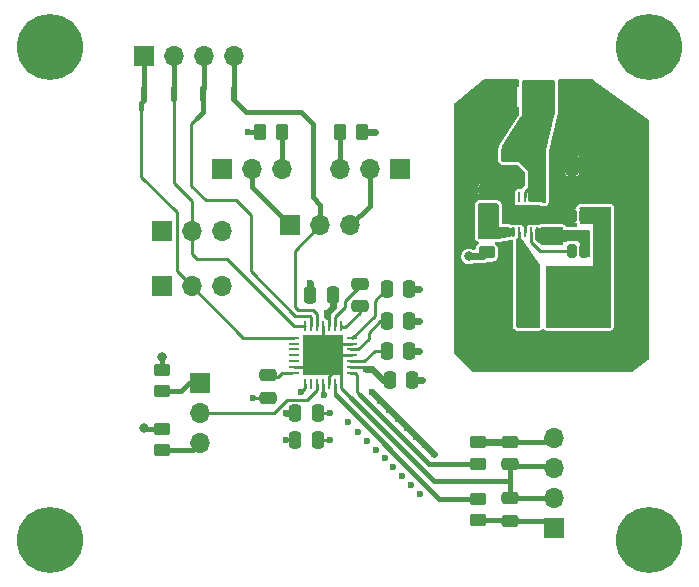
<source format=gbr>
%TF.GenerationSoftware,KiCad,Pcbnew,(6.0.7)*%
%TF.CreationDate,2022-09-01T00:20:10+02:00*%
%TF.ProjectId,ES9033_prototype,45533930-3333-45f7-9072-6f746f747970,rev?*%
%TF.SameCoordinates,Original*%
%TF.FileFunction,Copper,L1,Top*%
%TF.FilePolarity,Positive*%
%FSLAX46Y46*%
G04 Gerber Fmt 4.6, Leading zero omitted, Abs format (unit mm)*
G04 Created by KiCad (PCBNEW (6.0.7)) date 2022-09-01 00:20:10*
%MOMM*%
%LPD*%
G01*
G04 APERTURE LIST*
G04 Aperture macros list*
%AMRoundRect*
0 Rectangle with rounded corners*
0 $1 Rounding radius*
0 $2 $3 $4 $5 $6 $7 $8 $9 X,Y pos of 4 corners*
0 Add a 4 corners polygon primitive as box body*
4,1,4,$2,$3,$4,$5,$6,$7,$8,$9,$2,$3,0*
0 Add four circle primitives for the rounded corners*
1,1,$1+$1,$2,$3*
1,1,$1+$1,$4,$5*
1,1,$1+$1,$6,$7*
1,1,$1+$1,$8,$9*
0 Add four rect primitives between the rounded corners*
20,1,$1+$1,$2,$3,$4,$5,0*
20,1,$1+$1,$4,$5,$6,$7,0*
20,1,$1+$1,$6,$7,$8,$9,0*
20,1,$1+$1,$8,$9,$2,$3,0*%
G04 Aperture macros list end*
%TA.AperFunction,SMDPad,CuDef*%
%ADD10RoundRect,0.250000X-0.262500X-0.450000X0.262500X-0.450000X0.262500X0.450000X-0.262500X0.450000X0*%
%TD*%
%TA.AperFunction,SMDPad,CuDef*%
%ADD11RoundRect,0.250000X0.450000X-0.262500X0.450000X0.262500X-0.450000X0.262500X-0.450000X-0.262500X0*%
%TD*%
%TA.AperFunction,ComponentPad*%
%ADD12R,1.700000X1.700000*%
%TD*%
%TA.AperFunction,ComponentPad*%
%ADD13O,1.700000X1.700000*%
%TD*%
%TA.AperFunction,SMDPad,CuDef*%
%ADD14C,0.500000*%
%TD*%
%TA.AperFunction,SMDPad,CuDef*%
%ADD15RoundRect,0.250000X0.262500X0.450000X-0.262500X0.450000X-0.262500X-0.450000X0.262500X-0.450000X0*%
%TD*%
%TA.AperFunction,SMDPad,CuDef*%
%ADD16RoundRect,0.250000X0.250000X0.475000X-0.250000X0.475000X-0.250000X-0.475000X0.250000X-0.475000X0*%
%TD*%
%TA.AperFunction,SMDPad,CuDef*%
%ADD17RoundRect,0.062500X-0.062500X0.350000X-0.062500X-0.350000X0.062500X-0.350000X0.062500X0.350000X0*%
%TD*%
%TA.AperFunction,SMDPad,CuDef*%
%ADD18R,2.500000X1.700000*%
%TD*%
%TA.AperFunction,SMDPad,CuDef*%
%ADD19RoundRect,0.250000X-0.250000X-0.475000X0.250000X-0.475000X0.250000X0.475000X-0.250000X0.475000X0*%
%TD*%
%TA.AperFunction,SMDPad,CuDef*%
%ADD20RoundRect,0.250000X-0.325000X-0.650000X0.325000X-0.650000X0.325000X0.650000X-0.325000X0.650000X0*%
%TD*%
%TA.AperFunction,SMDPad,CuDef*%
%ADD21RoundRect,0.173913X-0.226087X0.401087X-0.226087X-0.401087X0.226087X-0.401087X0.226087X0.401087X0*%
%TD*%
%TA.AperFunction,ComponentPad*%
%ADD22C,5.600000*%
%TD*%
%TA.AperFunction,SMDPad,CuDef*%
%ADD23RoundRect,0.250000X-0.450000X0.262500X-0.450000X-0.262500X0.450000X-0.262500X0.450000X0.262500X0*%
%TD*%
%TA.AperFunction,SMDPad,CuDef*%
%ADD24RoundRect,0.250000X-0.475000X0.250000X-0.475000X-0.250000X0.475000X-0.250000X0.475000X0.250000X0*%
%TD*%
%TA.AperFunction,SMDPad,CuDef*%
%ADD25RoundRect,0.250000X0.475000X-0.250000X0.475000X0.250000X-0.475000X0.250000X-0.475000X-0.250000X0*%
%TD*%
%TA.AperFunction,SMDPad,CuDef*%
%ADD26RoundRect,0.062500X0.062500X-0.337500X0.062500X0.337500X-0.062500X0.337500X-0.062500X-0.337500X0*%
%TD*%
%TA.AperFunction,SMDPad,CuDef*%
%ADD27RoundRect,0.062500X0.337500X-0.062500X0.337500X0.062500X-0.337500X0.062500X-0.337500X-0.062500X0*%
%TD*%
%TA.AperFunction,SMDPad,CuDef*%
%ADD28R,3.350000X3.350000*%
%TD*%
%TA.AperFunction,ViaPad*%
%ADD29C,0.800000*%
%TD*%
%TA.AperFunction,ViaPad*%
%ADD30C,0.600000*%
%TD*%
%TA.AperFunction,Conductor*%
%ADD31C,0.600000*%
%TD*%
%TA.AperFunction,Conductor*%
%ADD32C,0.250000*%
%TD*%
%TA.AperFunction,Conductor*%
%ADD33C,0.400000*%
%TD*%
G04 APERTURE END LIST*
%TO.C,NT203*%
G36*
X53080000Y-48000000D02*
G01*
X52580000Y-48000000D01*
X52580000Y-47000000D01*
X53080000Y-47000000D01*
X53080000Y-48000000D01*
G37*
%TO.C,NT201*%
G36*
X45510000Y-48000000D02*
G01*
X45010000Y-48000000D01*
X45010000Y-47000000D01*
X45510000Y-47000000D01*
X45510000Y-48000000D01*
G37*
%TO.C,NT202*%
G36*
X48010000Y-48000000D02*
G01*
X47510000Y-48000000D01*
X47510000Y-47000000D01*
X48010000Y-47000000D01*
X48010000Y-48000000D01*
G37*
%TO.C,NT204*%
G36*
X50510000Y-48000000D02*
G01*
X50010000Y-48000000D01*
X50010000Y-47000000D01*
X50510000Y-47000000D01*
X50510000Y-48000000D01*
G37*
%TD*%
D10*
%TO.P,R301,1*%
%TO.N,Net-(C302-Pad1)*%
X78087500Y-66250000D03*
%TO.P,R301,2*%
%TO.N,Net-(C302-Pad2)*%
X79912500Y-66250000D03*
%TD*%
D11*
%TO.P,R302,1*%
%TO.N,+3V3*%
X74250000Y-60912500D03*
%TO.P,R302,2*%
%TO.N,Net-(R302-Pad2)*%
X74250000Y-59087500D03*
%TD*%
%TO.P,R203,1*%
%TO.N,Net-(JP203-Pad1)*%
X46750000Y-72662500D03*
%TO.P,R203,2*%
%TO.N,+3V3*%
X46750000Y-70837500D03*
%TD*%
D12*
%TO.P,JP203,1,A*%
%TO.N,Net-(JP203-Pad1)*%
X50000000Y-71975000D03*
D13*
%TO.P,JP203,2,C*%
%TO.N,/DAC/MODE*%
X50000000Y-74515000D03*
%TO.P,JP203,3,B*%
%TO.N,Net-(JP203-Pad3)*%
X50000000Y-77055000D03*
%TD*%
D11*
%TO.P,R204,1*%
%TO.N,Net-(JP203-Pad3)*%
X46750000Y-77662500D03*
%TO.P,R204,2*%
%TO.N,GND*%
X46750000Y-75837500D03*
%TD*%
%TO.P,R303,1*%
%TO.N,Net-(R302-Pad2)*%
X74250000Y-57412500D03*
%TO.P,R303,2*%
%TO.N,GND*%
X74250000Y-55587500D03*
%TD*%
D12*
%TO.P,JP202,1,A*%
%TO.N,+3V3*%
X46725000Y-63750000D03*
D13*
%TO.P,JP202,2,C*%
%TO.N,/DAC/HW0*%
X49265000Y-63750000D03*
%TO.P,JP202,3,B*%
%TO.N,GND*%
X51805000Y-63750000D03*
%TD*%
D12*
%TO.P,JP206,1,A*%
%TO.N,GND*%
X66920000Y-53870000D03*
D13*
%TO.P,JP206,2,C*%
%TO.N,Net-(JP205-Pad3)*%
X64380000Y-53870000D03*
%TO.P,JP206,3,B*%
%TO.N,Net-(JP206-Pad3)*%
X61840000Y-53870000D03*
%TD*%
D14*
%TO.P,NT203,1,1*%
%TO.N,/DAC/ADDR1*%
X52830000Y-47000000D03*
%TO.P,NT203,2,2*%
%TO.N,/DAC/HW2*%
X52830000Y-48000000D03*
%TD*%
D15*
%TO.P,R205,1*%
%TO.N,Net-(JP204-Pad3)*%
X56912500Y-50750000D03*
%TO.P,R205,2*%
%TO.N,+3V3*%
X55087500Y-50750000D03*
%TD*%
D16*
%TO.P,C201,1*%
%TO.N,+3V3*%
X59950000Y-76750000D03*
%TO.P,C201,2*%
%TO.N,GND*%
X58050000Y-76750000D03*
%TD*%
D17*
%TO.P,U301,1,IN*%
%TO.N,+5V*%
X78500000Y-56237500D03*
%TO.P,U301,2,IN*%
X78000000Y-56237500D03*
%TO.P,U301,3,EN/UV*%
X77500000Y-56237500D03*
%TO.P,U301,4,PG*%
%TO.N,unconnected-(U301-Pad4)*%
X77000000Y-56237500D03*
%TO.P,U301,5,ILIM*%
%TO.N,GND*%
X76500000Y-56237500D03*
%TO.P,U301,6,PGFB*%
%TO.N,Net-(R302-Pad2)*%
X76500000Y-59162500D03*
%TO.P,U301,7,SET*%
%TO.N,Net-(C302-Pad1)*%
X77000000Y-59162500D03*
%TO.P,U301,8,GND*%
%TO.N,GND*%
X77500000Y-59162500D03*
%TO.P,U301,9,OUTS*%
%TO.N,Net-(C303-Pad4)*%
X78000000Y-59162500D03*
%TO.P,U301,10,OUT*%
%TO.N,+3V3*%
X78500000Y-59162500D03*
D18*
%TO.P,U301,11,PAD*%
%TO.N,GND*%
X77500000Y-57700000D03*
%TD*%
D11*
%TO.P,R202,1*%
%TO.N,Net-(R202-Pad1)*%
X73500000Y-78825000D03*
%TO.P,R202,2*%
%TO.N,/DAC/DAC_OUT2*%
X73500000Y-77000000D03*
%TD*%
D19*
%TO.P,C208,1*%
%TO.N,Net-(C208-Pad1)*%
X65800000Y-66750000D03*
%TO.P,C208,2*%
%TO.N,GND*%
X67700000Y-66750000D03*
%TD*%
%TO.P,C205,1*%
%TO.N,Net-(C205-Pad1)*%
X65800000Y-69250000D03*
%TO.P,C205,2*%
%TO.N,GND*%
X67700000Y-69250000D03*
%TD*%
D20*
%TO.P,C302,1*%
%TO.N,Net-(C302-Pad1)*%
X77525000Y-63525000D03*
%TO.P,C302,2*%
%TO.N,Net-(C302-Pad2)*%
X80475000Y-63525000D03*
%TD*%
D16*
%TO.P,C204,1*%
%TO.N,+3V3*%
X59950000Y-74500000D03*
%TO.P,C204,2*%
%TO.N,GND*%
X58050000Y-74500000D03*
%TD*%
D21*
%TO.P,C303,1,GND1*%
%TO.N,Net-(C302-Pad2)*%
X82500000Y-57800000D03*
%TO.P,C303,2,GND2*%
%TO.N,GND*%
X81500000Y-57800000D03*
%TO.P,C303,3,VOUT1*%
%TO.N,+3V3*%
X82500000Y-60750000D03*
%TO.P,C303,4,VOUT2*%
%TO.N,Net-(C303-Pad4)*%
X81500000Y-60750000D03*
%TD*%
D14*
%TO.P,NT201,1,1*%
%TO.N,/DAC/SDA*%
X45260000Y-47000000D03*
%TO.P,NT201,2,2*%
%TO.N,/DAC/HW0*%
X45260000Y-48000000D03*
%TD*%
D12*
%TO.P,J103,1,Pin_1*%
%TO.N,/DAC/DAC_OUT1*%
X79975000Y-84212500D03*
D13*
%TO.P,J103,2,Pin_2*%
%TO.N,GND*%
X79975000Y-81672500D03*
%TO.P,J103,3,Pin_3*%
X79975000Y-79132500D03*
%TO.P,J103,4,Pin_4*%
%TO.N,/DAC/DAC_OUT2*%
X79975000Y-76592500D03*
%TD*%
D20*
%TO.P,C301,1*%
%TO.N,+5V*%
X78525000Y-53525000D03*
%TO.P,C301,2*%
%TO.N,GND*%
X81475000Y-53525000D03*
%TD*%
D12*
%TO.P,JP204,1,A*%
%TO.N,+3V3*%
X51870000Y-53870000D03*
D13*
%TO.P,JP204,2,C*%
%TO.N,Net-(JP204-Pad2)*%
X54410000Y-53870000D03*
%TO.P,JP204,3,B*%
%TO.N,Net-(JP204-Pad3)*%
X56950000Y-53870000D03*
%TD*%
D22*
%TO.P,H101,1,1*%
%TO.N,GND*%
X37250000Y-85250000D03*
%TD*%
D14*
%TO.P,NT202,1,1*%
%TO.N,/DAC/SCL*%
X47760000Y-47000000D03*
%TO.P,NT202,2,2*%
%TO.N,/DAC/HW1*%
X47760000Y-48000000D03*
%TD*%
D19*
%TO.P,C202,1*%
%TO.N,+3V3*%
X66050000Y-71750000D03*
%TO.P,C202,2*%
%TO.N,GND*%
X67950000Y-71750000D03*
%TD*%
D22*
%TO.P,H103,1,1*%
%TO.N,GND*%
X37250000Y-43500000D03*
%TD*%
D12*
%TO.P,JP205,1,A*%
%TO.N,Net-(JP204-Pad2)*%
X57620000Y-58620000D03*
D13*
%TO.P,JP205,2,C*%
%TO.N,/DAC/HW2*%
X60160000Y-58620000D03*
%TO.P,JP205,3,B*%
%TO.N,Net-(JP205-Pad3)*%
X62700000Y-58620000D03*
%TD*%
D22*
%TO.P,H102,1,1*%
%TO.N,GND*%
X88000000Y-43500000D03*
%TD*%
D12*
%TO.P,JP201,1,A*%
%TO.N,+3V3*%
X46725000Y-59120000D03*
D13*
%TO.P,JP201,2,C*%
%TO.N,/DAC/HW1*%
X49265000Y-59120000D03*
%TO.P,JP201,3,B*%
%TO.N,GND*%
X51805000Y-59120000D03*
%TD*%
D12*
%TO.P,J102,1,Pin_1*%
%TO.N,/DAC/SDA*%
X45210000Y-44250000D03*
D13*
%TO.P,J102,2,Pin_2*%
%TO.N,/DAC/SCL*%
X47750000Y-44250000D03*
%TO.P,J102,3,Pin_3*%
%TO.N,/DAC/ADDR0*%
X50290000Y-44250000D03*
%TO.P,J102,4,Pin_4*%
%TO.N,/DAC/ADDR1*%
X52830000Y-44250000D03*
%TD*%
D22*
%TO.P,H104,1,1*%
%TO.N,GND*%
X88000000Y-85250000D03*
%TD*%
D23*
%TO.P,R201,1*%
%TO.N,Net-(R201-Pad1)*%
X73500000Y-81750000D03*
%TO.P,R201,2*%
%TO.N,/DAC/DAC_OUT1*%
X73500000Y-83575000D03*
%TD*%
D19*
%TO.P,C203,1*%
%TO.N,/DAC/PGND*%
X65800000Y-64000000D03*
%TO.P,C203,2*%
%TO.N,GND*%
X67700000Y-64000000D03*
%TD*%
D16*
%TO.P,C211,2*%
%TO.N,GND*%
X59300000Y-64500000D03*
%TO.P,C211,1*%
%TO.N,+3V3*%
X61200000Y-64500000D03*
%TD*%
D14*
%TO.P,NT204,1,1*%
%TO.N,/DAC/ADDR0*%
X50260000Y-47000000D03*
%TO.P,NT204,2,2*%
%TO.N,/DAC/MUTE_CTRL*%
X50260000Y-48000000D03*
%TD*%
D24*
%TO.P,C206,1*%
%TO.N,Net-(C206-Pad1)*%
X55750000Y-71300000D03*
%TO.P,C206,2*%
%TO.N,GND*%
X55750000Y-73200000D03*
%TD*%
D12*
%TO.P,J101,1,Pin_1*%
%TO.N,GND*%
X75960000Y-47750000D03*
D13*
%TO.P,J101,2,Pin_2*%
%TO.N,+5V*%
X78500000Y-47750000D03*
%TD*%
D25*
%TO.P,C210,1*%
%TO.N,GND*%
X76250000Y-78862500D03*
%TO.P,C210,2*%
%TO.N,/DAC/DAC_OUT2*%
X76250000Y-76962500D03*
%TD*%
D10*
%TO.P,R206,1*%
%TO.N,Net-(JP206-Pad3)*%
X61837500Y-50750000D03*
%TO.P,R206,2*%
%TO.N,GND*%
X63662500Y-50750000D03*
%TD*%
D26*
%TO.P,U201,1,AVDD*%
%TO.N,+3V3*%
X58880000Y-72070000D03*
%TO.P,U201,2,CHIP_EN*%
%TO.N,/DAC/DAC_ENABLE*%
X59380000Y-72070000D03*
%TO.P,U201,3,MODE*%
%TO.N,/DAC/MODE*%
X59880000Y-72070000D03*
%TO.P,U201,4,VCCA*%
%TO.N,+3V3*%
X60380000Y-72070000D03*
%TO.P,U201,5,DGND*%
%TO.N,GND*%
X60880000Y-72070000D03*
%TO.P,U201,6,OUT1*%
%TO.N,Net-(R201-Pad1)*%
X61380000Y-72070000D03*
%TO.P,U201,7,GND_SNS*%
%TO.N,GND*%
X61880000Y-72070000D03*
D27*
%TO.P,U201,8,OUT2*%
%TO.N,Net-(R202-Pad1)*%
X62830000Y-71120000D03*
%TO.P,U201,9,AVCC_3V3*%
%TO.N,+3V3*%
X62830000Y-70620000D03*
%TO.P,U201,10,AVCC*%
%TO.N,Net-(C205-Pad1)*%
X62830000Y-70120000D03*
%TO.P,U201,11,AGND*%
%TO.N,GND*%
X62830000Y-69620000D03*
%TO.P,U201,12,BG_VREF*%
%TO.N,Net-(C208-Pad1)*%
X62830000Y-69120000D03*
%TO.P,U201,13,AGND_CP*%
%TO.N,GND*%
X62830000Y-68620000D03*
%TO.P,U201,14,PNEG*%
%TO.N,/DAC/PGND*%
X62830000Y-68120000D03*
D26*
%TO.P,U201,15,C2*%
%TO.N,Net-(C207-Pad1)*%
X61880000Y-67170000D03*
%TO.P,U201,16,C1*%
%TO.N,Net-(C207-Pad2)*%
X61380000Y-67170000D03*
%TO.P,U201,17,AVCC_CP*%
%TO.N,+3V3*%
X60880000Y-67170000D03*
%TO.P,U201,18,RT1*%
%TO.N,GND*%
X60380000Y-67170000D03*
%TO.P,U201,19,SS/ADDR1/HW2*%
%TO.N,/DAC/HW2*%
X59880000Y-67170000D03*
%TO.P,U201,20,MISO/ADDR0/MUTE_CTRL*%
%TO.N,/DAC/MUTE_CTRL*%
X59380000Y-67170000D03*
%TO.P,U201,21,SCLK/SCL/HW1*%
%TO.N,/DAC/HW1*%
X58880000Y-67170000D03*
D27*
%TO.P,U201,22,MOSI/SDA/HW0*%
%TO.N,/DAC/HW0*%
X57930000Y-68120000D03*
%TO.P,U201,23,DATA2*%
%TO.N,/DAC/DAC_SDO*%
X57930000Y-68620000D03*
%TO.P,U201,24,DATA1*%
%TO.N,/DAC/DAC_WS*%
X57930000Y-69120000D03*
%TO.P,U201,25,DATA_CLK*%
%TO.N,/DAC/DAC_BCK*%
X57930000Y-69620000D03*
%TO.P,U201,26,MCLK/GPIO*%
%TO.N,/DAC/DAC_MCLK*%
X57930000Y-70120000D03*
%TO.P,U201,27,DGND*%
%TO.N,GND*%
X57930000Y-70620000D03*
%TO.P,U201,28,DVDD*%
%TO.N,Net-(C206-Pad1)*%
X57930000Y-71120000D03*
D28*
%TO.P,U201,29,PAD*%
%TO.N,GND*%
X60380000Y-69620000D03*
%TD*%
D25*
%TO.P,C207,1*%
%TO.N,Net-(C207-Pad1)*%
X63500000Y-65450000D03*
%TO.P,C207,2*%
%TO.N,Net-(C207-Pad2)*%
X63500000Y-63550000D03*
%TD*%
D24*
%TO.P,C209,1*%
%TO.N,GND*%
X76250000Y-81712500D03*
%TO.P,C209,2*%
%TO.N,/DAC/DAC_OUT1*%
X76250000Y-83612500D03*
%TD*%
D29*
%TO.N,+3V3*%
X72750000Y-61250000D03*
X46725000Y-69750000D03*
%TO.N,GND*%
X45250000Y-75750000D03*
X61500000Y-70750000D03*
D30*
X67850000Y-80600000D03*
X79250000Y-58025000D03*
X80500000Y-57750000D03*
X78250000Y-58025000D03*
X87250000Y-68775000D03*
X67100000Y-79850000D03*
X57250000Y-74500000D03*
X85750000Y-62000000D03*
X87250000Y-59025000D03*
X77750000Y-68775000D03*
X77500000Y-58025000D03*
X68250000Y-76500000D03*
X85500000Y-67275000D03*
X54500000Y-73250000D03*
X87250000Y-67275000D03*
X68750000Y-71750000D03*
X78250000Y-57275000D03*
X74250000Y-68775000D03*
X84000000Y-68775000D03*
D29*
X61500000Y-69600000D03*
D30*
X73750000Y-64500000D03*
X64750000Y-50750000D03*
X87250000Y-55775000D03*
X74250000Y-70525000D03*
X87250000Y-65525000D03*
X77750000Y-70525000D03*
X85500000Y-68775000D03*
X85500000Y-59025000D03*
X87250000Y-62025000D03*
X68600000Y-81350000D03*
X87250000Y-64025000D03*
X79250000Y-57275000D03*
X72250000Y-52250000D03*
X72500000Y-50000000D03*
X80000000Y-55500000D03*
X69750000Y-78000000D03*
X67500000Y-75750000D03*
X85500000Y-55775000D03*
X87250000Y-52275000D03*
X57250000Y-76750000D03*
X82500000Y-70525000D03*
X66000000Y-74250000D03*
X85500000Y-60525000D03*
X74000000Y-52250000D03*
D29*
X60400000Y-68500000D03*
D30*
X87250000Y-50775000D03*
D29*
X59250000Y-70750000D03*
D30*
X73750000Y-66250000D03*
D29*
X60380000Y-69620000D03*
D30*
X85500000Y-57275000D03*
X85500000Y-70275000D03*
X76000000Y-70525000D03*
X80750000Y-70525000D03*
X74000000Y-50000000D03*
X87250000Y-53775000D03*
X75500000Y-64500000D03*
X68500000Y-69250000D03*
X76750000Y-58025000D03*
X82500000Y-53525000D03*
X72250000Y-54000000D03*
X64850000Y-77600000D03*
X65600000Y-78350000D03*
X62500000Y-75250000D03*
X85500000Y-50775000D03*
X80750000Y-68775000D03*
X85500000Y-52275000D03*
X68500000Y-66750000D03*
X65250000Y-73500000D03*
X66750000Y-75000000D03*
X69000000Y-77250000D03*
X76000000Y-68775000D03*
D29*
X61500000Y-68500000D03*
D30*
X86000000Y-64000000D03*
X63350000Y-76100000D03*
X85500000Y-49025000D03*
X75500000Y-66250000D03*
X85750000Y-65750000D03*
X77500000Y-57275000D03*
X76750000Y-57275000D03*
X82500000Y-68775000D03*
X85500000Y-53775000D03*
X80000000Y-56750000D03*
X66350000Y-79100000D03*
X79250000Y-68775000D03*
X73000000Y-55500000D03*
D29*
X59300000Y-69700000D03*
X59250000Y-68500000D03*
D30*
X64500000Y-72750000D03*
X87250000Y-60525000D03*
X68500000Y-64000000D03*
X84000000Y-70525000D03*
X59250000Y-63500000D03*
X87250000Y-57275000D03*
X64150000Y-76900000D03*
D29*
X60400000Y-70800000D03*
D30*
X79250000Y-70525000D03*
%TO.N,+3V3*%
X81750000Y-59525000D03*
X61000000Y-76750000D03*
X80000000Y-59525000D03*
X60750000Y-66000000D03*
X61000000Y-74500000D03*
X58500000Y-72750000D03*
X82500000Y-59525000D03*
X54000000Y-50750000D03*
X60500000Y-73000000D03*
X64000000Y-70750000D03*
X80750000Y-59525000D03*
%TD*%
D31*
%TO.N,+3V3*%
X73912500Y-61250000D02*
X74250000Y-60912500D01*
X72750000Y-61250000D02*
X73912500Y-61250000D01*
D32*
%TO.N,/DAC/HW0*%
X53635000Y-68120000D02*
X49265000Y-63750000D01*
X57930000Y-68120000D02*
X53635000Y-68120000D01*
%TO.N,GND*%
X61880000Y-72070000D02*
X61880000Y-71130000D01*
D31*
X59250000Y-63500000D02*
X59250000Y-64200000D01*
D32*
%TO.N,/DAC/HW2*%
X58000000Y-65500000D02*
X58000000Y-60780000D01*
X59500000Y-65750000D02*
X58250000Y-65750000D01*
X58000000Y-60780000D02*
X60160000Y-58620000D01*
X59880000Y-66130000D02*
X59500000Y-65750000D01*
X58250000Y-65750000D02*
X58000000Y-65500000D01*
X59880000Y-67170000D02*
X59880000Y-66130000D01*
D31*
%TO.N,GND*%
X68500000Y-64000000D02*
X67650000Y-64000000D01*
X68500000Y-66750000D02*
X67545000Y-66750000D01*
X68500000Y-69250000D02*
X67595000Y-69250000D01*
X68750000Y-71750000D02*
X67845000Y-71750000D01*
D32*
X54550000Y-73200000D02*
X55750000Y-73200000D01*
X54500000Y-73250000D02*
X54550000Y-73200000D01*
X57250000Y-76750000D02*
X58050000Y-76750000D01*
D31*
X57250000Y-74500000D02*
X58050000Y-74500000D01*
D32*
%TO.N,/DAC/HW0*%
X45000000Y-54500000D02*
X48000000Y-57500000D01*
X48000000Y-62485000D02*
X49265000Y-63750000D01*
X45000000Y-48750000D02*
X45000000Y-54500000D01*
X48000000Y-57500000D02*
X48000000Y-62485000D01*
D33*
X45000000Y-48750000D02*
X45000000Y-48260000D01*
X45000000Y-48260000D02*
X45260000Y-48000000D01*
D32*
%TO.N,/DAC/HW1*%
X49265000Y-56515000D02*
X47760000Y-55010000D01*
X47760000Y-55010000D02*
X47760000Y-48000000D01*
X49265000Y-59120000D02*
X49265000Y-56515000D01*
D33*
%TO.N,Net-(JP203-Pad1)*%
X48337500Y-72662500D02*
X46750000Y-72662500D01*
X49025000Y-71975000D02*
X48337500Y-72662500D01*
X50000000Y-71975000D02*
X49025000Y-71975000D01*
%TO.N,Net-(JP203-Pad3)*%
X49392500Y-77662500D02*
X50000000Y-77055000D01*
X46750000Y-77662500D02*
X49392500Y-77662500D01*
%TO.N,GND*%
X45337500Y-75837500D02*
X45250000Y-75750000D01*
X46750000Y-75837500D02*
X45337500Y-75837500D01*
%TO.N,+3V3*%
X46725000Y-69750000D02*
X46725000Y-70812500D01*
D32*
X58880000Y-72370000D02*
X58880000Y-72070000D01*
X58500000Y-72750000D02*
X58880000Y-72370000D01*
%TO.N,/DAC/MODE*%
X57350000Y-73400000D02*
X56235000Y-74515000D01*
X56235000Y-74515000D02*
X50000000Y-74515000D01*
X59000000Y-73400000D02*
X57350000Y-73400000D01*
X59880000Y-72520000D02*
X59000000Y-73400000D01*
X59880000Y-72070000D02*
X59880000Y-72520000D01*
%TO.N,+3V3*%
X60380000Y-72880000D02*
X60380000Y-72070000D01*
X60500000Y-73000000D02*
X60380000Y-72880000D01*
X61000000Y-74500000D02*
X59950000Y-74500000D01*
%TO.N,/DAC/HW1*%
X49750000Y-61500000D02*
X49265000Y-61015000D01*
X52250000Y-61500000D02*
X49750000Y-61500000D01*
X49265000Y-61015000D02*
X49265000Y-59120000D01*
X57920000Y-67170000D02*
X52250000Y-61500000D01*
X58880000Y-67170000D02*
X57920000Y-67170000D01*
%TO.N,/DAC/MUTE_CTRL*%
X49250000Y-50000000D02*
X49750000Y-49500000D01*
X49250000Y-55250000D02*
X49250000Y-50000000D01*
X53000000Y-56500000D02*
X50500000Y-56500000D01*
X54250000Y-57750000D02*
X53000000Y-56500000D01*
X54250000Y-62500000D02*
X54250000Y-57750000D01*
X59250000Y-66250000D02*
X58000000Y-66250000D01*
X58000000Y-66250000D02*
X54250000Y-62500000D01*
X59380000Y-66380000D02*
X59250000Y-66250000D01*
X59380000Y-67170000D02*
X59380000Y-66380000D01*
X50500000Y-56500000D02*
X49250000Y-55250000D01*
D31*
%TO.N,+3V3*%
X60750000Y-66000000D02*
X60750000Y-66250000D01*
X61250000Y-65500000D02*
X60750000Y-66000000D01*
D32*
X60880000Y-67170000D02*
X60880000Y-66380000D01*
X60880000Y-66380000D02*
X60750000Y-66250000D01*
D31*
X61250000Y-65500000D02*
X61250000Y-64300000D01*
%TO.N,GND*%
X81475000Y-53525000D02*
X82500000Y-53525000D01*
D32*
X60880000Y-71370000D02*
X60880000Y-72070000D01*
D33*
X76387500Y-79000000D02*
X79842500Y-79000000D01*
D31*
X80500000Y-57750000D02*
X80550000Y-57800000D01*
D32*
X61880000Y-72380000D02*
X62750000Y-73250000D01*
X62830000Y-69620000D02*
X61520000Y-69620000D01*
D33*
X62750000Y-73250000D02*
X69750000Y-80250000D01*
X76250000Y-78862500D02*
X76250000Y-80250000D01*
D32*
X61880000Y-72070000D02*
X61880000Y-72380000D01*
X57930000Y-70620000D02*
X59120000Y-70620000D01*
D31*
X80550000Y-57800000D02*
X81500000Y-57800000D01*
D32*
X76500000Y-56237500D02*
X76500000Y-57025000D01*
X77500000Y-59162500D02*
X77500000Y-58025000D01*
X61500000Y-70750000D02*
X60880000Y-71370000D01*
D31*
X64500000Y-72750000D02*
X69750000Y-78000000D01*
X64750000Y-50750000D02*
X63662500Y-50750000D01*
D32*
X61620000Y-68620000D02*
X62830000Y-68620000D01*
D33*
X69750000Y-80250000D02*
X76250000Y-80250000D01*
X76250000Y-81712500D02*
X79935000Y-81712500D01*
D32*
X60380000Y-67170000D02*
X60380000Y-68480000D01*
D33*
X76250000Y-80250000D02*
X76250000Y-81712500D01*
D32*
%TO.N,/DAC/PGND*%
X64750000Y-66250000D02*
X64750000Y-65000000D01*
X62880000Y-68120000D02*
X64750000Y-66250000D01*
X64750000Y-65000000D02*
X65750000Y-64000000D01*
%TO.N,Net-(C208-Pad1)*%
X64250000Y-68250000D02*
X64250000Y-67750000D01*
X64250000Y-67750000D02*
X65250000Y-66750000D01*
X63380000Y-69120000D02*
X64250000Y-68250000D01*
X65250000Y-66750000D02*
X65645000Y-66750000D01*
X62700000Y-69120000D02*
X63380000Y-69120000D01*
D33*
%TO.N,/DAC/DAC_OUT1*%
X76250000Y-83612500D02*
X79375000Y-83612500D01*
X73500000Y-83575000D02*
X76212500Y-83575000D01*
%TO.N,/DAC/DAC_OUT2*%
X76287500Y-77000000D02*
X79567500Y-77000000D01*
D31*
X73500000Y-77000000D02*
X76212500Y-77000000D01*
D33*
%TO.N,/DAC/SDA*%
X45260000Y-47000000D02*
X45260000Y-44300000D01*
%TO.N,/DAC/SCL*%
X47750000Y-44250000D02*
X47750000Y-46990000D01*
%TO.N,/DAC/ADDR0*%
X50290000Y-44250000D02*
X50290000Y-46970000D01*
%TO.N,/DAC/ADDR1*%
X52830000Y-44250000D02*
X52830000Y-46905000D01*
X52830000Y-46905000D02*
X52735000Y-47000000D01*
%TO.N,Net-(JP204-Pad2)*%
X54410000Y-55410000D02*
X57620000Y-58620000D01*
X54410000Y-53870000D02*
X54410000Y-55410000D01*
%TO.N,Net-(JP204-Pad3)*%
X56912500Y-50750000D02*
X56912500Y-53832500D01*
%TO.N,/DAC/HW2*%
X53830000Y-49000000D02*
X52830000Y-48000000D01*
X60160000Y-58620000D02*
X60160000Y-56910000D01*
X59500000Y-50000000D02*
X58500000Y-49000000D01*
X59500000Y-56250000D02*
X59500000Y-50000000D01*
X60160000Y-56910000D02*
X59500000Y-56250000D01*
X58500000Y-49000000D02*
X53830000Y-49000000D01*
%TO.N,Net-(JP205-Pad3)*%
X64380000Y-56940000D02*
X62700000Y-58620000D01*
X64380000Y-53870000D02*
X64380000Y-56940000D01*
%TO.N,Net-(JP206-Pad3)*%
X61837500Y-50750000D02*
X61837500Y-53867500D01*
%TO.N,Net-(R201-Pad1)*%
X70250000Y-81750000D02*
X73500000Y-81750000D01*
X61500000Y-73000000D02*
X70250000Y-81750000D01*
D32*
X61500000Y-73000000D02*
X61380000Y-72880000D01*
X61380000Y-72880000D02*
X61380000Y-72070000D01*
%TO.N,Net-(R202-Pad1)*%
X63500000Y-73000000D02*
X63250000Y-72750000D01*
D33*
X63500000Y-73000000D02*
X69325000Y-78825000D01*
D32*
X63120000Y-71120000D02*
X62700000Y-71120000D01*
X63250000Y-72750000D02*
X63250000Y-71250000D01*
X63250000Y-71250000D02*
X63120000Y-71120000D01*
D33*
X69325000Y-78825000D02*
X73500000Y-78825000D01*
D32*
%TO.N,Net-(C205-Pad1)*%
X64750000Y-69250000D02*
X65695000Y-69250000D01*
X63880000Y-70120000D02*
X64750000Y-69250000D01*
X62700000Y-70120000D02*
X63880000Y-70120000D01*
%TO.N,Net-(C207-Pad1)*%
X63500000Y-65450000D02*
X63500000Y-66000000D01*
X61960000Y-67250000D02*
X61880000Y-67170000D01*
X62250000Y-67250000D02*
X61960000Y-67250000D01*
X63500000Y-66000000D02*
X62250000Y-67250000D01*
%TO.N,Net-(C207-Pad2)*%
X61380000Y-66370000D02*
X61380000Y-67170000D01*
X62250000Y-65500000D02*
X61380000Y-66370000D01*
X63500000Y-63750000D02*
X62250000Y-65000000D01*
X62250000Y-65000000D02*
X62250000Y-65500000D01*
D33*
%TO.N,/DAC/MUTE_CTRL*%
X49750000Y-49500000D02*
X50260000Y-48990000D01*
X50260000Y-48990000D02*
X50260000Y-48000000D01*
D32*
%TO.N,Net-(C206-Pad1)*%
X56880000Y-71120000D02*
X57800000Y-71120000D01*
X55750000Y-71420000D02*
X56580000Y-71420000D01*
X56580000Y-71420000D02*
X56880000Y-71120000D01*
%TO.N,+5V*%
X78000000Y-55250000D02*
X78000000Y-56237500D01*
X77500000Y-55750000D02*
X78000000Y-55250000D01*
X77500000Y-56237500D02*
X77500000Y-55750000D01*
%TO.N,Net-(C302-Pad1)*%
X77525000Y-63525000D02*
X77525000Y-61300000D01*
X77525000Y-61300000D02*
X77000000Y-60775000D01*
X77000000Y-60775000D02*
X77000000Y-59162500D01*
%TO.N,+3V3*%
X79637500Y-59162500D02*
X78500000Y-59162500D01*
X65500000Y-71750000D02*
X66050000Y-71750000D01*
X64370000Y-70620000D02*
X62700000Y-70620000D01*
X61000000Y-76750000D02*
X59900000Y-76750000D01*
D31*
X64000000Y-70750000D02*
X64500000Y-70750000D01*
D33*
X55232500Y-50750000D02*
X54000000Y-50750000D01*
D31*
X64500000Y-70750000D02*
X65500000Y-71750000D01*
D32*
X80000000Y-59525000D02*
X79637500Y-59162500D01*
%TO.N,Net-(C303-Pad4)*%
X78000000Y-59162500D02*
X78000000Y-60025000D01*
X78000000Y-60025000D02*
X78750000Y-60775000D01*
X78750000Y-60775000D02*
X81475000Y-60775000D01*
%TD*%
%TA.AperFunction,Conductor*%
%TO.N,Net-(R302-Pad2)*%
G36*
X75192121Y-56770002D02*
G01*
X75238614Y-56823658D01*
X75250000Y-56876000D01*
X75250000Y-58750000D01*
X76053011Y-58750000D01*
X76123014Y-58771236D01*
X76140379Y-58782839D01*
X76140382Y-58782840D01*
X76150699Y-58789734D01*
X76162868Y-58792155D01*
X76162869Y-58792155D01*
X76217814Y-58803084D01*
X76224933Y-58804500D01*
X76494500Y-58804500D01*
X76562621Y-58824502D01*
X76609114Y-58878158D01*
X76620500Y-58930500D01*
X76620500Y-59414845D01*
X76600498Y-59482966D01*
X76546842Y-59529459D01*
X76515214Y-59539131D01*
X75260284Y-59748286D01*
X75239570Y-59750000D01*
X73626000Y-59750000D01*
X73557879Y-59729998D01*
X73511386Y-59676342D01*
X73500000Y-59624000D01*
X73500000Y-56876000D01*
X73520002Y-56807879D01*
X73573658Y-56761386D01*
X73626000Y-56750000D01*
X75124000Y-56750000D01*
X75192121Y-56770002D01*
G37*
%TD.AperFunction*%
%TD*%
%TA.AperFunction,Conductor*%
%TO.N,GND*%
G36*
X76938685Y-46270002D02*
G01*
X76985178Y-46323658D01*
X76995281Y-46393932D01*
X76991140Y-46422731D01*
X76991139Y-46422746D01*
X76990500Y-46427190D01*
X76990500Y-46787256D01*
X76970498Y-46855377D01*
X76916842Y-46901870D01*
X76846568Y-46911974D01*
X76835868Y-46907087D01*
X76835559Y-46908507D01*
X76796452Y-46900000D01*
X76232115Y-46900000D01*
X76216876Y-46904475D01*
X76215671Y-46905865D01*
X76214000Y-46913548D01*
X76214000Y-48581885D01*
X76218475Y-48597124D01*
X76219865Y-48598329D01*
X76227548Y-48600000D01*
X76791883Y-48600000D01*
X76829001Y-48589101D01*
X76899998Y-48589101D01*
X76959724Y-48627484D01*
X76989217Y-48692065D01*
X76990500Y-48709997D01*
X76990500Y-49161876D01*
X76970520Y-49229961D01*
X75345469Y-51760399D01*
X75327747Y-51792876D01*
X75326815Y-51794918D01*
X75326808Y-51794932D01*
X75313801Y-51823431D01*
X75312866Y-51825480D01*
X75299939Y-51860159D01*
X75256098Y-52009558D01*
X75248236Y-52045718D01*
X75243138Y-52081197D01*
X75240500Y-52118106D01*
X75240500Y-53097810D01*
X75241986Y-53125545D01*
X75244865Y-53152328D01*
X75275123Y-53248961D01*
X75278085Y-53254385D01*
X75278087Y-53254390D01*
X75306993Y-53307325D01*
X75309149Y-53311273D01*
X75311844Y-53314873D01*
X75350714Y-53366797D01*
X75350718Y-53366801D01*
X75353411Y-53370399D01*
X75379601Y-53396589D01*
X75400260Y-53415147D01*
X75421234Y-53432050D01*
X75510960Y-53478987D01*
X75516901Y-53480731D01*
X75516900Y-53480731D01*
X75574758Y-53497720D01*
X75574762Y-53497721D01*
X75579081Y-53498989D01*
X75583529Y-53499629D01*
X75583536Y-53499630D01*
X75647742Y-53508861D01*
X75647749Y-53508861D01*
X75652190Y-53509500D01*
X76840322Y-53509500D01*
X76908443Y-53529502D01*
X76929417Y-53546405D01*
X77453595Y-54070583D01*
X77487621Y-54132895D01*
X77490500Y-54159678D01*
X77490500Y-55170616D01*
X77470498Y-55238737D01*
X77453595Y-55259711D01*
X77269784Y-55443522D01*
X77251036Y-55458664D01*
X77249811Y-55459779D01*
X77241060Y-55465429D01*
X77234613Y-55473607D01*
X77234611Y-55473609D01*
X77220271Y-55491800D01*
X77216325Y-55496241D01*
X77216398Y-55496303D01*
X77213042Y-55500264D01*
X77209362Y-55503944D01*
X77199489Y-55517760D01*
X77143608Y-55561553D01*
X77096976Y-55570500D01*
X76900356Y-55570500D01*
X76896270Y-55571038D01*
X76896269Y-55571038D01*
X76863749Y-55575319D01*
X76863746Y-55575320D01*
X76854189Y-55576578D01*
X76845454Y-55580651D01*
X76845451Y-55580652D01*
X76762864Y-55619163D01*
X76752871Y-55623823D01*
X76673823Y-55702871D01*
X76669164Y-55712863D01*
X76669163Y-55712864D01*
X76630652Y-55795451D01*
X76630651Y-55795454D01*
X76626578Y-55804189D01*
X76620500Y-55850356D01*
X76620500Y-56624644D01*
X76621038Y-56628730D01*
X76621038Y-56628731D01*
X76623713Y-56649046D01*
X76626578Y-56670811D01*
X76630651Y-56679546D01*
X76630652Y-56679549D01*
X76653847Y-56729290D01*
X76673823Y-56772129D01*
X76752871Y-56851177D01*
X76762863Y-56855836D01*
X76762864Y-56855837D01*
X76845451Y-56894348D01*
X76845454Y-56894349D01*
X76854189Y-56898422D01*
X76863746Y-56899680D01*
X76863749Y-56899681D01*
X76896269Y-56903962D01*
X76900356Y-56904500D01*
X77099644Y-56904500D01*
X77103731Y-56903962D01*
X77136251Y-56899681D01*
X77136254Y-56899680D01*
X77145811Y-56898422D01*
X77154548Y-56894348D01*
X77154551Y-56894347D01*
X77196751Y-56874669D01*
X77266942Y-56864008D01*
X77303249Y-56874669D01*
X77345449Y-56894347D01*
X77345452Y-56894348D01*
X77354189Y-56898422D01*
X77363746Y-56899680D01*
X77363749Y-56899681D01*
X77396269Y-56903962D01*
X77400356Y-56904500D01*
X77599644Y-56904500D01*
X77603731Y-56903962D01*
X77636251Y-56899681D01*
X77636254Y-56899680D01*
X77645811Y-56898422D01*
X77654548Y-56894348D01*
X77654551Y-56894347D01*
X77696751Y-56874669D01*
X77766942Y-56864008D01*
X77803249Y-56874669D01*
X77845449Y-56894347D01*
X77845452Y-56894348D01*
X77854189Y-56898422D01*
X77863746Y-56899680D01*
X77863749Y-56899681D01*
X77896269Y-56903962D01*
X77900356Y-56904500D01*
X78099644Y-56904500D01*
X78145811Y-56898422D01*
X78154550Y-56894347D01*
X78196751Y-56874669D01*
X78266943Y-56864008D01*
X78303249Y-56874669D01*
X78345450Y-56894347D01*
X78354189Y-56898422D01*
X78400356Y-56904500D01*
X78599644Y-56904500D01*
X78603731Y-56903962D01*
X78636251Y-56899681D01*
X78636254Y-56899680D01*
X78645811Y-56898422D01*
X78661545Y-56891085D01*
X78668385Y-56887896D01*
X78738577Y-56877236D01*
X78799378Y-56902937D01*
X78846731Y-56940066D01*
X78851714Y-56943973D01*
X78857374Y-56946807D01*
X78857376Y-56946808D01*
X78880749Y-56958510D01*
X78915198Y-56975757D01*
X78917788Y-56976776D01*
X78917794Y-56976779D01*
X78945605Y-56987724D01*
X78958241Y-56992697D01*
X79059090Y-57001731D01*
X79065243Y-57001070D01*
X79065247Y-57001070D01*
X79114174Y-56995814D01*
X79114176Y-56995814D01*
X79116676Y-56995545D01*
X79116643Y-56995238D01*
X79127852Y-56992625D01*
X79128976Y-56992551D01*
X79139092Y-56991888D01*
X79139266Y-56994545D01*
X79141766Y-56994023D01*
X79141615Y-56991723D01*
X79156807Y-56990727D01*
X79162792Y-56989123D01*
X79166364Y-56988533D01*
X79170447Y-56987927D01*
X79170931Y-56987863D01*
X79171993Y-56987724D01*
X79172000Y-56987723D01*
X79174316Y-56987418D01*
X79176603Y-56986942D01*
X79176614Y-56986940D01*
X79209764Y-56980038D01*
X79209771Y-56980036D01*
X79212073Y-56979557D01*
X79214334Y-56978908D01*
X79214345Y-56978905D01*
X79247332Y-56969432D01*
X79247362Y-56969423D01*
X79247968Y-56969249D01*
X79250729Y-56968394D01*
X79251754Y-56968076D01*
X79251756Y-56968075D01*
X79258291Y-56966050D01*
X79346278Y-56915947D01*
X79387191Y-56880496D01*
X79397811Y-56871294D01*
X79397816Y-56871289D01*
X79399934Y-56869454D01*
X79432056Y-56836165D01*
X79478987Y-56746446D01*
X79482415Y-56734770D01*
X79497720Y-56682648D01*
X79497721Y-56682644D01*
X79498989Y-56678325D01*
X79500070Y-56670811D01*
X79508861Y-56609664D01*
X79508861Y-56609657D01*
X79509500Y-56605216D01*
X79509500Y-54193437D01*
X80900000Y-54193437D01*
X80901207Y-54205691D01*
X80912085Y-54260377D01*
X80921398Y-54282862D01*
X80962867Y-54344924D01*
X80980076Y-54362133D01*
X81042138Y-54403602D01*
X81064623Y-54412915D01*
X81119309Y-54423793D01*
X81131563Y-54425000D01*
X81202885Y-54425000D01*
X81218124Y-54420525D01*
X81219329Y-54419135D01*
X81221000Y-54411452D01*
X81221000Y-54406885D01*
X81729000Y-54406885D01*
X81733475Y-54422124D01*
X81734865Y-54423329D01*
X81742548Y-54425000D01*
X81818437Y-54425000D01*
X81830691Y-54423793D01*
X81885377Y-54412915D01*
X81907862Y-54403602D01*
X81969924Y-54362133D01*
X81987133Y-54344924D01*
X82028602Y-54282862D01*
X82037915Y-54260377D01*
X82048793Y-54205691D01*
X82050000Y-54193437D01*
X82050000Y-53797115D01*
X82045525Y-53781876D01*
X82044135Y-53780671D01*
X82036452Y-53779000D01*
X81747115Y-53779000D01*
X81731876Y-53783475D01*
X81730671Y-53784865D01*
X81729000Y-53792548D01*
X81729000Y-54406885D01*
X81221000Y-54406885D01*
X81221000Y-53797115D01*
X81216525Y-53781876D01*
X81215135Y-53780671D01*
X81207452Y-53779000D01*
X80918115Y-53779000D01*
X80902876Y-53783475D01*
X80901671Y-53784865D01*
X80900000Y-53792548D01*
X80900000Y-54193437D01*
X79509500Y-54193437D01*
X79509500Y-53252885D01*
X80900000Y-53252885D01*
X80904475Y-53268124D01*
X80905865Y-53269329D01*
X80913548Y-53271000D01*
X81202885Y-53271000D01*
X81218124Y-53266525D01*
X81219329Y-53265135D01*
X81221000Y-53257452D01*
X81221000Y-53252885D01*
X81729000Y-53252885D01*
X81733475Y-53268124D01*
X81734865Y-53269329D01*
X81742548Y-53271000D01*
X82031885Y-53271000D01*
X82047124Y-53266525D01*
X82048329Y-53265135D01*
X82050000Y-53257452D01*
X82050000Y-52856563D01*
X82048793Y-52844309D01*
X82037915Y-52789623D01*
X82028602Y-52767138D01*
X81987133Y-52705076D01*
X81969924Y-52687867D01*
X81907862Y-52646398D01*
X81885377Y-52637085D01*
X81830691Y-52626207D01*
X81818437Y-52625000D01*
X81747115Y-52625000D01*
X81731876Y-52629475D01*
X81730671Y-52630865D01*
X81729000Y-52638548D01*
X81729000Y-53252885D01*
X81221000Y-53252885D01*
X81221000Y-52643115D01*
X81216525Y-52627876D01*
X81215135Y-52626671D01*
X81207452Y-52625000D01*
X81131563Y-52625000D01*
X81119309Y-52626207D01*
X81064623Y-52637085D01*
X81042138Y-52646398D01*
X80980076Y-52687867D01*
X80962867Y-52705076D01*
X80921398Y-52767138D01*
X80912085Y-52789623D01*
X80901207Y-52844309D01*
X80900000Y-52856563D01*
X80900000Y-53252885D01*
X79509500Y-53252885D01*
X79509500Y-52322077D01*
X79513203Y-52291755D01*
X80225732Y-49417884D01*
X80225964Y-49416949D01*
X80229289Y-49401548D01*
X80232063Y-49386501D01*
X80234450Y-49370910D01*
X80256657Y-49189062D01*
X80258092Y-49173361D01*
X80259021Y-49158088D01*
X80259500Y-49142333D01*
X80259500Y-46427190D01*
X80258014Y-46399455D01*
X80256940Y-46389468D01*
X80269545Y-46319602D01*
X80317922Y-46267639D01*
X80382218Y-46250000D01*
X83208592Y-46250000D01*
X83276713Y-46270002D01*
X83283335Y-46274563D01*
X87948743Y-49712232D01*
X87991719Y-49768744D01*
X88000000Y-49813669D01*
X88000000Y-69933492D01*
X87979998Y-70001613D01*
X87945088Y-70037523D01*
X86532150Y-71003031D01*
X86461062Y-71025000D01*
X73052802Y-71025000D01*
X72984681Y-71004998D01*
X72962973Y-70987356D01*
X71991803Y-70000000D01*
X71536171Y-69536774D01*
X71502662Y-69474183D01*
X71500000Y-69448418D01*
X71500000Y-61243096D01*
X72090729Y-61243096D01*
X72096111Y-61291843D01*
X72102765Y-61352109D01*
X72108113Y-61400553D01*
X72110723Y-61407684D01*
X72110723Y-61407686D01*
X72156940Y-61533980D01*
X72162553Y-61549319D01*
X72166789Y-61555622D01*
X72166789Y-61555623D01*
X72246101Y-61673651D01*
X72250908Y-61680805D01*
X72256527Y-61685918D01*
X72256528Y-61685919D01*
X72285304Y-61712103D01*
X72368076Y-61787419D01*
X72507293Y-61863008D01*
X72660522Y-61903207D01*
X72744477Y-61904526D01*
X72811319Y-61905576D01*
X72811322Y-61905576D01*
X72818916Y-61905695D01*
X72973332Y-61870329D01*
X73077507Y-61817935D01*
X73134121Y-61804500D01*
X73897425Y-61804500D01*
X73902701Y-61804610D01*
X73965174Y-61807228D01*
X74007876Y-61797212D01*
X74019551Y-61795049D01*
X74035254Y-61792898D01*
X74063018Y-61789095D01*
X74076993Y-61783047D01*
X74098263Y-61776013D01*
X74104722Y-61774498D01*
X74113083Y-61772537D01*
X74151537Y-61751397D01*
X74162183Y-61746182D01*
X74194563Y-61732170D01*
X74194567Y-61732168D01*
X74202446Y-61728758D01*
X74214275Y-61719179D01*
X74232863Y-61706688D01*
X74246215Y-61699348D01*
X74246729Y-61700282D01*
X74313048Y-61679500D01*
X74747756Y-61679500D01*
X74751153Y-61679131D01*
X74801597Y-61673651D01*
X74801598Y-61673651D01*
X74809448Y-61672798D01*
X74816841Y-61670026D01*
X74816843Y-61670026D01*
X74878606Y-61646872D01*
X74944764Y-61622071D01*
X74951943Y-61616691D01*
X74951946Y-61616689D01*
X75053224Y-61540785D01*
X75060404Y-61535404D01*
X75118833Y-61457442D01*
X75141689Y-61426946D01*
X75141691Y-61426943D01*
X75147071Y-61419764D01*
X75197798Y-61284448D01*
X75203109Y-61235565D01*
X75204131Y-61226153D01*
X75204131Y-61226152D01*
X75204500Y-61222756D01*
X75204500Y-60602244D01*
X75197798Y-60540552D01*
X75147071Y-60405236D01*
X75141691Y-60398057D01*
X75141689Y-60398054D01*
X75065785Y-60296776D01*
X75060404Y-60289596D01*
X74989326Y-60236326D01*
X74946811Y-60179467D01*
X74941785Y-60108648D01*
X74975845Y-60046355D01*
X75038176Y-60012365D01*
X75064891Y-60009500D01*
X75239570Y-60009500D01*
X75240819Y-60009448D01*
X75240839Y-60009448D01*
X75259690Y-60008669D01*
X75259698Y-60008669D01*
X75260969Y-60008616D01*
X75262247Y-60008510D01*
X75262251Y-60008510D01*
X75280369Y-60007011D01*
X75280382Y-60007010D01*
X75281683Y-60006902D01*
X75302946Y-60004255D01*
X75304210Y-60004044D01*
X75304233Y-60004041D01*
X76343786Y-59830782D01*
X76414268Y-59839313D01*
X76468949Y-59884596D01*
X76490500Y-59955068D01*
X76490500Y-67149000D01*
X76496430Y-67204159D01*
X76507816Y-67256501D01*
X76515166Y-67283291D01*
X76565269Y-67371278D01*
X76578402Y-67386434D01*
X76603222Y-67415078D01*
X76611762Y-67424934D01*
X76645051Y-67457056D01*
X76734770Y-67503987D01*
X76740706Y-67505730D01*
X76798568Y-67522720D01*
X76798572Y-67522721D01*
X76802891Y-67523989D01*
X76807339Y-67524629D01*
X76807346Y-67524630D01*
X76871552Y-67533861D01*
X76871559Y-67533861D01*
X76876000Y-67534500D01*
X78624000Y-67534500D01*
X78627346Y-67534140D01*
X78627351Y-67534140D01*
X78675795Y-67528932D01*
X78675801Y-67528931D01*
X78679159Y-67528570D01*
X78731501Y-67517184D01*
X78758291Y-67509834D01*
X78765142Y-67505933D01*
X78765144Y-67505932D01*
X78840899Y-67462794D01*
X78846278Y-67459731D01*
X78899934Y-67413238D01*
X78910531Y-67402256D01*
X78972227Y-67367125D01*
X79043122Y-67370926D01*
X79096427Y-67407236D01*
X79111762Y-67424934D01*
X79145051Y-67457056D01*
X79234770Y-67503987D01*
X79240706Y-67505730D01*
X79298568Y-67522720D01*
X79298572Y-67522721D01*
X79302891Y-67523989D01*
X79307339Y-67524629D01*
X79307346Y-67524630D01*
X79371552Y-67533861D01*
X79371559Y-67533861D01*
X79376000Y-67534500D01*
X84624000Y-67534500D01*
X84627346Y-67534140D01*
X84627351Y-67534140D01*
X84675795Y-67528932D01*
X84675801Y-67528931D01*
X84679159Y-67528570D01*
X84731501Y-67517184D01*
X84758291Y-67509834D01*
X84765142Y-67505933D01*
X84765144Y-67505932D01*
X84840899Y-67462794D01*
X84846278Y-67459731D01*
X84899934Y-67413238D01*
X84932056Y-67379949D01*
X84978987Y-67290230D01*
X84980730Y-67284294D01*
X84997720Y-67226432D01*
X84997721Y-67226428D01*
X84998989Y-67222109D01*
X85001096Y-67207460D01*
X85008861Y-67153448D01*
X85008861Y-67153441D01*
X85009500Y-67149000D01*
X85009500Y-57151000D01*
X85004899Y-57108200D01*
X85003932Y-57099205D01*
X85003931Y-57099199D01*
X85003570Y-57095841D01*
X84992184Y-57043499D01*
X84984834Y-57016709D01*
X84972783Y-56995545D01*
X84937794Y-56934101D01*
X84934731Y-56928722D01*
X84904945Y-56894347D01*
X84890078Y-56877189D01*
X84890073Y-56877184D01*
X84888238Y-56875066D01*
X84854949Y-56842944D01*
X84765230Y-56796013D01*
X84721501Y-56783173D01*
X84701432Y-56777280D01*
X84701428Y-56777279D01*
X84697109Y-56776011D01*
X84692661Y-56775371D01*
X84692654Y-56775370D01*
X84628448Y-56766139D01*
X84628441Y-56766139D01*
X84624000Y-56765500D01*
X82226046Y-56765500D01*
X82181616Y-56769332D01*
X82178934Y-56769798D01*
X82178927Y-56769799D01*
X82140159Y-56776536D01*
X82140138Y-56776540D01*
X82139108Y-56776719D01*
X82122606Y-56780142D01*
X82116056Y-56783173D01*
X82116055Y-56783173D01*
X82036334Y-56820060D01*
X82036329Y-56820063D01*
X82030714Y-56822661D01*
X82025711Y-56826307D01*
X82025707Y-56826309D01*
X81975619Y-56862807D01*
X81975609Y-56862815D01*
X81973335Y-56864472D01*
X81938527Y-56894937D01*
X81884209Y-56980386D01*
X81881969Y-56986162D01*
X81881969Y-56986163D01*
X81870125Y-57016709D01*
X81858543Y-57046581D01*
X81845730Y-57091035D01*
X81845775Y-57100049D01*
X81845815Y-57108200D01*
X81826151Y-57176419D01*
X81772726Y-57223177D01*
X81764645Y-57225338D01*
X81759768Y-57229127D01*
X81754000Y-57246986D01*
X81754000Y-58354739D01*
X81757641Y-58367140D01*
X81760663Y-58367492D01*
X81826011Y-58395246D01*
X81865979Y-58453923D01*
X81870794Y-58474709D01*
X81872744Y-58488273D01*
X81883383Y-58533291D01*
X81887841Y-58541119D01*
X81887841Y-58541120D01*
X81908359Y-58577152D01*
X81924685Y-58646246D01*
X81901065Y-58713198D01*
X81844997Y-58756752D01*
X81798866Y-58765500D01*
X81057392Y-58765500D01*
X80989271Y-58745498D01*
X80947901Y-58701850D01*
X80934731Y-58678722D01*
X80915883Y-58656970D01*
X80890078Y-58627189D01*
X80890073Y-58627184D01*
X80888238Y-58625066D01*
X80854949Y-58592944D01*
X80765230Y-58546013D01*
X80759294Y-58544270D01*
X80701432Y-58527280D01*
X80701428Y-58527279D01*
X80697109Y-58526011D01*
X80692661Y-58525371D01*
X80692654Y-58525370D01*
X80628448Y-58516139D01*
X80628441Y-58516139D01*
X80624000Y-58515500D01*
X78903608Y-58515500D01*
X78900535Y-58515803D01*
X78900528Y-58515803D01*
X78856060Y-58520183D01*
X78852984Y-58520486D01*
X78807057Y-58529621D01*
X78801341Y-58531989D01*
X78795412Y-58533787D01*
X78794766Y-58531657D01*
X78734134Y-58538170D01*
X78703267Y-58528369D01*
X78654552Y-58505653D01*
X78654546Y-58505651D01*
X78645811Y-58501578D01*
X78636254Y-58500320D01*
X78636251Y-58500319D01*
X78603731Y-58496038D01*
X78603730Y-58496038D01*
X78599644Y-58495500D01*
X78400356Y-58495500D01*
X78396270Y-58496038D01*
X78396269Y-58496038D01*
X78363749Y-58500319D01*
X78363746Y-58500320D01*
X78354189Y-58501578D01*
X78345452Y-58505652D01*
X78345449Y-58505653D01*
X78303249Y-58525331D01*
X78233058Y-58535992D01*
X78196751Y-58525331D01*
X78154551Y-58505653D01*
X78154548Y-58505652D01*
X78145811Y-58501578D01*
X78136254Y-58500320D01*
X78136251Y-58500319D01*
X78103731Y-58496038D01*
X78103730Y-58496038D01*
X78099644Y-58495500D01*
X77900356Y-58495500D01*
X77896270Y-58496038D01*
X77896269Y-58496038D01*
X77863749Y-58500319D01*
X77863746Y-58500320D01*
X77854189Y-58501578D01*
X77845454Y-58505651D01*
X77845451Y-58505652D01*
X77762864Y-58544163D01*
X77752871Y-58548823D01*
X77673823Y-58627871D01*
X77669164Y-58637863D01*
X77669163Y-58637864D01*
X77630652Y-58720451D01*
X77630651Y-58720454D01*
X77626578Y-58729189D01*
X77625320Y-58738748D01*
X77624922Y-58741768D01*
X77623507Y-58744966D01*
X77622623Y-58748000D01*
X77622217Y-58747882D01*
X77596200Y-58806695D01*
X77536935Y-58845787D01*
X77465943Y-58846632D01*
X77405765Y-58808962D01*
X77377860Y-58747859D01*
X77377377Y-58748000D01*
X77376412Y-58744689D01*
X77375078Y-58741768D01*
X77374680Y-58738748D01*
X77373422Y-58729189D01*
X77369349Y-58720454D01*
X77369348Y-58720451D01*
X77330837Y-58637864D01*
X77330836Y-58637863D01*
X77326177Y-58627871D01*
X77247129Y-58548823D01*
X77237136Y-58544163D01*
X77154549Y-58505652D01*
X77154546Y-58505651D01*
X77145811Y-58501578D01*
X77136254Y-58500320D01*
X77136251Y-58500319D01*
X77103731Y-58496038D01*
X77103730Y-58496038D01*
X77099644Y-58495500D01*
X76900356Y-58495500D01*
X76896270Y-58496038D01*
X76896269Y-58496038D01*
X76863749Y-58500319D01*
X76863746Y-58500320D01*
X76854189Y-58501578D01*
X76845452Y-58505652D01*
X76845449Y-58505653D01*
X76803249Y-58525331D01*
X76733058Y-58535992D01*
X76696751Y-58525331D01*
X76654551Y-58505653D01*
X76654548Y-58505652D01*
X76645811Y-58501578D01*
X76636254Y-58500320D01*
X76636251Y-58500319D01*
X76603731Y-58496038D01*
X76603730Y-58496038D01*
X76599644Y-58495500D01*
X76400356Y-58495500D01*
X76396270Y-58496038D01*
X76396269Y-58496038D01*
X76363749Y-58500319D01*
X76363746Y-58500320D01*
X76354189Y-58501578D01*
X76306632Y-58523754D01*
X76236442Y-58534415D01*
X76207193Y-58525740D01*
X76206874Y-58526566D01*
X76202535Y-58524892D01*
X76198346Y-58522911D01*
X76193912Y-58521566D01*
X76193907Y-58521564D01*
X76132783Y-58503022D01*
X76132784Y-58503022D01*
X76128343Y-58501675D01*
X76123754Y-58500994D01*
X76123753Y-58500994D01*
X76057609Y-58491182D01*
X76057608Y-58491182D01*
X76053011Y-58490500D01*
X75635500Y-58490500D01*
X75567379Y-58470498D01*
X75520886Y-58416842D01*
X75509500Y-58364500D01*
X75509500Y-58212026D01*
X81100001Y-58212026D01*
X81101209Y-58224285D01*
X81107670Y-58256771D01*
X81116987Y-58279264D01*
X81141634Y-58316152D01*
X81158848Y-58333366D01*
X81195735Y-58358013D01*
X81218228Y-58367330D01*
X81228232Y-58369321D01*
X81241106Y-58368169D01*
X81246000Y-58353014D01*
X81246000Y-58072115D01*
X81241525Y-58056876D01*
X81240135Y-58055671D01*
X81232452Y-58054000D01*
X81118116Y-58054000D01*
X81102877Y-58058475D01*
X81101672Y-58059865D01*
X81100001Y-58067548D01*
X81100001Y-58212026D01*
X75509500Y-58212026D01*
X75509500Y-57527885D01*
X81100000Y-57527885D01*
X81104475Y-57543124D01*
X81105865Y-57544329D01*
X81113548Y-57546000D01*
X81227885Y-57546000D01*
X81243124Y-57541525D01*
X81244329Y-57540135D01*
X81246000Y-57532452D01*
X81246000Y-57245261D01*
X81242359Y-57232860D01*
X81226540Y-57231017D01*
X81218230Y-57232670D01*
X81195735Y-57241987D01*
X81158848Y-57266634D01*
X81141634Y-57283848D01*
X81116986Y-57320736D01*
X81107670Y-57343227D01*
X81101207Y-57375718D01*
X81100000Y-57387972D01*
X81100000Y-57527885D01*
X75509500Y-57527885D01*
X75509500Y-56876000D01*
X75508994Y-56871294D01*
X75503932Y-56824205D01*
X75503931Y-56824199D01*
X75503570Y-56820841D01*
X75492184Y-56768499D01*
X75484834Y-56741709D01*
X75434731Y-56653722D01*
X75398373Y-56611762D01*
X75390078Y-56602189D01*
X75390073Y-56602184D01*
X75388238Y-56600066D01*
X75354949Y-56567944D01*
X75265230Y-56521013D01*
X75238213Y-56513080D01*
X75201432Y-56502280D01*
X75201428Y-56502279D01*
X75197109Y-56501011D01*
X75192661Y-56500371D01*
X75192654Y-56500370D01*
X75128448Y-56491139D01*
X75128441Y-56491139D01*
X75124000Y-56490500D01*
X73626000Y-56490500D01*
X73622654Y-56490860D01*
X73622649Y-56490860D01*
X73574205Y-56496068D01*
X73574199Y-56496069D01*
X73570841Y-56496430D01*
X73518499Y-56507816D01*
X73491709Y-56515166D01*
X73484858Y-56519067D01*
X73484856Y-56519068D01*
X73476406Y-56523880D01*
X73403722Y-56565269D01*
X73399046Y-56569321D01*
X73357621Y-56605216D01*
X73350066Y-56611762D01*
X73317944Y-56645051D01*
X73271013Y-56734770D01*
X73269270Y-56740706D01*
X73253031Y-56796013D01*
X73251011Y-56802891D01*
X73250371Y-56807339D01*
X73250370Y-56807346D01*
X73241139Y-56871552D01*
X73240500Y-56876000D01*
X73240500Y-59624000D01*
X73246430Y-59679159D01*
X73257816Y-59731501D01*
X73265166Y-59758291D01*
X73315269Y-59846278D01*
X73319321Y-59850954D01*
X73348472Y-59884596D01*
X73361762Y-59899934D01*
X73395051Y-59932056D01*
X73484770Y-59978987D01*
X73490704Y-59980729D01*
X73490708Y-59980731D01*
X73508739Y-59986025D01*
X73568466Y-60024408D01*
X73597959Y-60088988D01*
X73587856Y-60159262D01*
X73548807Y-60207747D01*
X73439596Y-60289596D01*
X73434215Y-60296776D01*
X73358311Y-60398054D01*
X73358309Y-60398057D01*
X73352929Y-60405236D01*
X73302202Y-60540552D01*
X73301349Y-60548400D01*
X73301349Y-60548402D01*
X73297579Y-60583108D01*
X73270337Y-60648670D01*
X73211974Y-60689096D01*
X73172316Y-60695500D01*
X73132811Y-60695500D01*
X73073855Y-60680856D01*
X72986274Y-60634484D01*
X72832633Y-60595892D01*
X72825034Y-60595852D01*
X72825033Y-60595852D01*
X72759181Y-60595507D01*
X72674221Y-60595062D01*
X72666841Y-60596834D01*
X72666839Y-60596834D01*
X72527563Y-60630271D01*
X72527560Y-60630272D01*
X72520184Y-60632043D01*
X72379414Y-60704700D01*
X72260039Y-60808838D01*
X72168950Y-60938444D01*
X72166190Y-60945524D01*
X72114311Y-61078587D01*
X72111406Y-61086037D01*
X72110414Y-61093570D01*
X72110414Y-61093571D01*
X72092696Y-61228158D01*
X72090729Y-61243096D01*
X71500000Y-61243096D01*
X71500000Y-55868437D01*
X73550000Y-55868437D01*
X73551207Y-55880691D01*
X73562085Y-55935377D01*
X73571398Y-55957862D01*
X73612867Y-56019924D01*
X73630076Y-56037133D01*
X73692138Y-56078602D01*
X73714623Y-56087915D01*
X73769309Y-56098793D01*
X73781563Y-56100000D01*
X73977885Y-56100000D01*
X73993124Y-56095525D01*
X73994329Y-56094135D01*
X73996000Y-56086452D01*
X73996000Y-56081885D01*
X74504000Y-56081885D01*
X74508475Y-56097124D01*
X74509865Y-56098329D01*
X74517548Y-56100000D01*
X74718437Y-56100000D01*
X74730691Y-56098793D01*
X74785377Y-56087915D01*
X74807862Y-56078602D01*
X74869924Y-56037133D01*
X74887133Y-56019924D01*
X74928602Y-55957862D01*
X74937915Y-55935377D01*
X74948793Y-55880691D01*
X74950000Y-55868437D01*
X74950000Y-55859615D01*
X74945525Y-55844376D01*
X74944135Y-55843171D01*
X74936452Y-55841500D01*
X74522115Y-55841500D01*
X74506876Y-55845975D01*
X74505671Y-55847365D01*
X74504000Y-55855048D01*
X74504000Y-56081885D01*
X73996000Y-56081885D01*
X73996000Y-55859615D01*
X73991525Y-55844376D01*
X73990135Y-55843171D01*
X73982452Y-55841500D01*
X73568115Y-55841500D01*
X73552876Y-55845975D01*
X73551671Y-55847365D01*
X73550000Y-55855048D01*
X73550000Y-55868437D01*
X71500000Y-55868437D01*
X71500000Y-55315385D01*
X73550000Y-55315385D01*
X73554475Y-55330624D01*
X73555865Y-55331829D01*
X73563548Y-55333500D01*
X73977885Y-55333500D01*
X73993124Y-55329025D01*
X73994329Y-55327635D01*
X73996000Y-55319952D01*
X73996000Y-55315385D01*
X74504000Y-55315385D01*
X74508475Y-55330624D01*
X74509865Y-55331829D01*
X74517548Y-55333500D01*
X74931885Y-55333500D01*
X74947124Y-55329025D01*
X74948329Y-55327635D01*
X74950000Y-55319952D01*
X74950000Y-55306563D01*
X74948793Y-55294309D01*
X74937915Y-55239623D01*
X74928602Y-55217138D01*
X74887133Y-55155076D01*
X74869924Y-55137867D01*
X74807862Y-55096398D01*
X74785377Y-55087085D01*
X74730691Y-55076207D01*
X74718437Y-55075000D01*
X74522115Y-55075000D01*
X74506876Y-55079475D01*
X74505671Y-55080865D01*
X74504000Y-55088548D01*
X74504000Y-55315385D01*
X73996000Y-55315385D01*
X73996000Y-55093115D01*
X73991525Y-55077876D01*
X73990135Y-55076671D01*
X73982452Y-55075000D01*
X73781563Y-55075000D01*
X73769309Y-55076207D01*
X73714623Y-55087085D01*
X73692138Y-55096398D01*
X73630076Y-55137867D01*
X73612867Y-55155076D01*
X73571398Y-55217138D01*
X73562085Y-55239623D01*
X73551207Y-55294309D01*
X73550000Y-55306563D01*
X73550000Y-55315385D01*
X71500000Y-55315385D01*
X71500000Y-48581885D01*
X75110000Y-48581885D01*
X75114475Y-48597124D01*
X75115865Y-48598329D01*
X75123548Y-48600000D01*
X75687885Y-48600000D01*
X75703124Y-48595525D01*
X75704329Y-48594135D01*
X75706000Y-48586452D01*
X75706000Y-48022115D01*
X75701525Y-48006876D01*
X75700135Y-48005671D01*
X75692452Y-48004000D01*
X75128115Y-48004000D01*
X75112876Y-48008475D01*
X75111671Y-48009865D01*
X75110000Y-48017548D01*
X75110000Y-48581885D01*
X71500000Y-48581885D01*
X71500000Y-48335089D01*
X71520002Y-48266968D01*
X71546693Y-48237179D01*
X72484093Y-47477885D01*
X75110000Y-47477885D01*
X75114475Y-47493124D01*
X75115865Y-47494329D01*
X75123548Y-47496000D01*
X75687885Y-47496000D01*
X75703124Y-47491525D01*
X75704329Y-47490135D01*
X75706000Y-47482452D01*
X75706000Y-46918115D01*
X75701525Y-46902876D01*
X75700135Y-46901671D01*
X75692452Y-46900000D01*
X75128115Y-46900000D01*
X75112876Y-46904475D01*
X75111671Y-46905865D01*
X75110000Y-46913548D01*
X75110000Y-47477885D01*
X72484093Y-47477885D01*
X73965321Y-46278090D01*
X74030845Y-46250756D01*
X74044628Y-46250000D01*
X76870564Y-46250000D01*
X76938685Y-46270002D01*
G37*
%TD.AperFunction*%
%TD*%
%TA.AperFunction,Conductor*%
%TO.N,GND*%
G36*
X60439067Y-67939046D02*
G01*
X60456704Y-67950381D01*
X60529537Y-68006267D01*
X60668439Y-68063803D01*
X60676623Y-68064880D01*
X60676625Y-68064881D01*
X60775988Y-68077962D01*
X60780075Y-68078500D01*
X60879987Y-68078500D01*
X60979924Y-68078499D01*
X60984009Y-68077961D01*
X60984013Y-68077961D01*
X61050344Y-68069229D01*
X61091561Y-68063803D01*
X61098026Y-68061125D01*
X61161974Y-68061125D01*
X61168439Y-68063803D01*
X61262008Y-68076121D01*
X61275981Y-68077961D01*
X61280075Y-68078500D01*
X61379987Y-68078500D01*
X61479924Y-68078499D01*
X61484009Y-68077961D01*
X61484013Y-68077961D01*
X61550344Y-68069229D01*
X61591561Y-68063803D01*
X61598026Y-68061125D01*
X61661974Y-68061125D01*
X61668439Y-68063803D01*
X61762008Y-68076121D01*
X61775981Y-68077961D01*
X61780075Y-68078500D01*
X61795501Y-68078500D01*
X61863622Y-68098502D01*
X61910115Y-68152158D01*
X61921501Y-68204499D01*
X61921501Y-68219924D01*
X61922039Y-68224009D01*
X61922039Y-68224013D01*
X61935119Y-68323374D01*
X61936197Y-68331561D01*
X61993733Y-68470464D01*
X61998760Y-68477015D01*
X61998762Y-68477019D01*
X62049619Y-68543298D01*
X62075219Y-68609518D01*
X62060954Y-68679067D01*
X62049619Y-68696704D01*
X61993733Y-68769537D01*
X61936197Y-68908439D01*
X61935120Y-68916623D01*
X61935119Y-68916625D01*
X61929394Y-68960111D01*
X61921500Y-69020075D01*
X61921501Y-69219924D01*
X61922039Y-69224009D01*
X61922039Y-69224013D01*
X61935119Y-69323374D01*
X61936197Y-69331561D01*
X61993733Y-69470464D01*
X61998760Y-69477015D01*
X61998762Y-69477019D01*
X62049619Y-69543298D01*
X62075219Y-69609518D01*
X62060954Y-69679067D01*
X62049619Y-69696704D01*
X61993733Y-69769537D01*
X61936197Y-69908439D01*
X61935120Y-69916623D01*
X61935119Y-69916625D01*
X61922038Y-70015987D01*
X61921500Y-70020075D01*
X61921501Y-70219924D01*
X61936197Y-70331561D01*
X61938875Y-70338026D01*
X61938875Y-70401974D01*
X61936197Y-70408439D01*
X61921500Y-70520075D01*
X61921501Y-70719924D01*
X61936197Y-70831561D01*
X61938875Y-70838026D01*
X61938875Y-70901974D01*
X61936197Y-70908439D01*
X61921500Y-71020075D01*
X61921501Y-71106666D01*
X61921501Y-71127034D01*
X61901500Y-71195155D01*
X61847844Y-71241648D01*
X61777570Y-71251753D01*
X61734536Y-71236858D01*
X61730463Y-71233733D01*
X61591561Y-71176197D01*
X61583377Y-71175120D01*
X61583375Y-71175119D01*
X61484012Y-71162038D01*
X61484011Y-71162038D01*
X61479925Y-71161500D01*
X61380013Y-71161500D01*
X61280076Y-71161501D01*
X61275991Y-71162039D01*
X61275987Y-71162039D01*
X61176626Y-71175119D01*
X61176624Y-71175120D01*
X61168439Y-71176197D01*
X61029536Y-71233733D01*
X61022985Y-71238760D01*
X61022981Y-71238762D01*
X60956702Y-71289619D01*
X60890482Y-71315219D01*
X60820933Y-71300954D01*
X60803296Y-71289619D01*
X60737014Y-71238760D01*
X60730463Y-71233733D01*
X60591561Y-71176197D01*
X60583377Y-71175120D01*
X60583375Y-71175119D01*
X60484012Y-71162038D01*
X60484011Y-71162038D01*
X60479925Y-71161500D01*
X60380013Y-71161500D01*
X60280076Y-71161501D01*
X60275991Y-71162039D01*
X60275987Y-71162039D01*
X60209656Y-71170771D01*
X60168439Y-71176197D01*
X60161974Y-71178875D01*
X60098026Y-71178875D01*
X60091561Y-71176197D01*
X59997992Y-71163879D01*
X59984012Y-71162038D01*
X59984011Y-71162038D01*
X59979925Y-71161500D01*
X59880013Y-71161500D01*
X59780076Y-71161501D01*
X59775991Y-71162039D01*
X59775987Y-71162039D01*
X59709656Y-71170771D01*
X59668439Y-71176197D01*
X59661974Y-71178875D01*
X59598026Y-71178875D01*
X59591561Y-71176197D01*
X59497992Y-71163879D01*
X59484012Y-71162038D01*
X59484011Y-71162038D01*
X59479925Y-71161500D01*
X59380013Y-71161500D01*
X59280076Y-71161501D01*
X59275991Y-71162039D01*
X59275987Y-71162039D01*
X59209656Y-71170771D01*
X59168439Y-71176197D01*
X59161974Y-71178875D01*
X59098026Y-71178875D01*
X59091561Y-71176197D01*
X58997992Y-71163879D01*
X58984012Y-71162038D01*
X58984011Y-71162038D01*
X58979925Y-71161500D01*
X58964499Y-71161500D01*
X58896378Y-71141498D01*
X58849885Y-71087842D01*
X58838499Y-71035500D01*
X58838499Y-71020076D01*
X58835887Y-71000230D01*
X58824881Y-70916626D01*
X58824880Y-70916624D01*
X58823803Y-70908439D01*
X58766267Y-70769536D01*
X58761240Y-70762985D01*
X58761238Y-70762981D01*
X58710381Y-70696702D01*
X58684781Y-70630482D01*
X58699046Y-70560933D01*
X58710381Y-70543296D01*
X58751792Y-70489327D01*
X58766267Y-70470463D01*
X58823803Y-70331561D01*
X58824882Y-70323371D01*
X58837962Y-70224012D01*
X58837962Y-70224011D01*
X58838500Y-70219925D01*
X58838499Y-70020076D01*
X58823803Y-69908439D01*
X58821125Y-69901974D01*
X58821125Y-69838026D01*
X58823803Y-69831561D01*
X58838500Y-69719925D01*
X58838499Y-69520076D01*
X58823803Y-69408439D01*
X58821125Y-69401974D01*
X58821125Y-69338026D01*
X58823803Y-69331561D01*
X58838500Y-69219925D01*
X58838499Y-69020076D01*
X58823803Y-68908439D01*
X58821125Y-68901974D01*
X58821125Y-68838026D01*
X58823803Y-68831561D01*
X58838500Y-68719925D01*
X58838499Y-68520076D01*
X58823803Y-68408439D01*
X58821125Y-68401974D01*
X58821125Y-68338026D01*
X58823803Y-68331561D01*
X58838500Y-68219925D01*
X58838500Y-68204499D01*
X58858502Y-68136378D01*
X58912158Y-68089885D01*
X58964499Y-68078499D01*
X58979924Y-68078499D01*
X58984009Y-68077961D01*
X58984013Y-68077961D01*
X59050344Y-68069229D01*
X59091561Y-68063803D01*
X59098026Y-68061125D01*
X59161974Y-68061125D01*
X59168439Y-68063803D01*
X59262008Y-68076121D01*
X59275981Y-68077961D01*
X59280075Y-68078500D01*
X59379987Y-68078500D01*
X59479924Y-68078499D01*
X59484009Y-68077961D01*
X59484013Y-68077961D01*
X59550344Y-68069229D01*
X59591561Y-68063803D01*
X59598026Y-68061125D01*
X59661974Y-68061125D01*
X59668439Y-68063803D01*
X59762008Y-68076121D01*
X59775981Y-68077961D01*
X59780075Y-68078500D01*
X59879987Y-68078500D01*
X59979924Y-68078499D01*
X59984009Y-68077961D01*
X59984013Y-68077961D01*
X60083374Y-68064881D01*
X60083376Y-68064880D01*
X60091561Y-68063803D01*
X60230464Y-68006267D01*
X60237015Y-68001240D01*
X60237019Y-68001238D01*
X60303298Y-67950381D01*
X60369518Y-67924781D01*
X60439067Y-67939046D01*
G37*
%TD.AperFunction*%
%TD*%
%TA.AperFunction,Conductor*%
%TO.N,+5V*%
G36*
X79915931Y-46295002D02*
G01*
X79936905Y-46311905D01*
X79963095Y-46338095D01*
X79997121Y-46400407D01*
X80000000Y-46427190D01*
X80000000Y-49142333D01*
X79999071Y-49157606D01*
X79976864Y-49339454D01*
X79974090Y-49354501D01*
X79625000Y-50762500D01*
X79250000Y-52275000D01*
X79250000Y-56605216D01*
X79229998Y-56673337D01*
X79176342Y-56719830D01*
X79140447Y-56730138D01*
X79105246Y-56734772D01*
X79097615Y-56737933D01*
X79089640Y-56740070D01*
X79088959Y-56737529D01*
X79031373Y-56743715D01*
X78967889Y-56711931D01*
X78948992Y-56689724D01*
X78940378Y-56676833D01*
X78940377Y-56676832D01*
X78933484Y-56666516D01*
X78849301Y-56610266D01*
X78775067Y-56595500D01*
X78757891Y-56595500D01*
X77875999Y-56595501D01*
X77807879Y-56575499D01*
X77761386Y-56521843D01*
X77750000Y-56469501D01*
X77750000Y-54000000D01*
X77000000Y-53250000D01*
X75652190Y-53250000D01*
X75584069Y-53229998D01*
X75563095Y-53213095D01*
X75536905Y-53186905D01*
X75502879Y-53124593D01*
X75500000Y-53097810D01*
X75500000Y-52118106D01*
X75505098Y-52082627D01*
X75548939Y-51933228D01*
X75563820Y-51900624D01*
X76416686Y-50572588D01*
X77191095Y-49366724D01*
X77191096Y-49366721D01*
X77195963Y-49359143D01*
X77250000Y-49275000D01*
X77250000Y-46427190D01*
X77270002Y-46359069D01*
X77286905Y-46338095D01*
X77313095Y-46311905D01*
X77375407Y-46277879D01*
X77402190Y-46275000D01*
X79847810Y-46275000D01*
X79915931Y-46295002D01*
G37*
%TD.AperFunction*%
%TD*%
%TA.AperFunction,Conductor*%
%TO.N,Net-(C302-Pad2)*%
G36*
X84692121Y-57045002D02*
G01*
X84738614Y-57098658D01*
X84750000Y-57151000D01*
X84750000Y-67149000D01*
X84729998Y-67217121D01*
X84676342Y-67263614D01*
X84624000Y-67275000D01*
X79376000Y-67275000D01*
X79307879Y-67254998D01*
X79261386Y-67201342D01*
X79250000Y-67149000D01*
X79250000Y-62151000D01*
X79270002Y-62082879D01*
X79323658Y-62036386D01*
X79376000Y-62025000D01*
X83250000Y-62025000D01*
X83250000Y-58525000D01*
X82244217Y-58525000D01*
X82176096Y-58504998D01*
X82129603Y-58451342D01*
X82119499Y-58381068D01*
X82125334Y-58357252D01*
X82149121Y-58289517D01*
X82149123Y-58289510D01*
X82151665Y-58282270D01*
X82154500Y-58252279D01*
X82154499Y-57347722D01*
X82151665Y-57317730D01*
X82108980Y-57196181D01*
X82111685Y-57195231D01*
X82100493Y-57140393D01*
X82126159Y-57074198D01*
X82183538Y-57032387D01*
X82226046Y-57025000D01*
X84624000Y-57025000D01*
X84692121Y-57045002D01*
G37*
%TD.AperFunction*%
%TD*%
%TA.AperFunction,Conductor*%
%TO.N,+3V3*%
G36*
X80692121Y-58795002D02*
G01*
X80738614Y-58848658D01*
X80750000Y-58901000D01*
X80750000Y-59025000D01*
X82864500Y-59025000D01*
X82932621Y-59045002D01*
X82979114Y-59098658D01*
X82990500Y-59151000D01*
X82990500Y-61149000D01*
X82970498Y-61217121D01*
X82916842Y-61263614D01*
X82864500Y-61275000D01*
X82280500Y-61275000D01*
X82212379Y-61254998D01*
X82165886Y-61201342D01*
X82154500Y-61149000D01*
X82154499Y-60300690D01*
X82154499Y-60297722D01*
X82151665Y-60267730D01*
X82108980Y-60146181D01*
X82032442Y-60042558D01*
X81928819Y-59966020D01*
X81807270Y-59923335D01*
X81799629Y-59922613D01*
X81799626Y-59922612D01*
X81788709Y-59921580D01*
X81777279Y-59920500D01*
X81500234Y-59920500D01*
X81222722Y-59920501D01*
X81219774Y-59920780D01*
X81219765Y-59920780D01*
X81200380Y-59922612D01*
X81200379Y-59922612D01*
X81192730Y-59923335D01*
X81071181Y-59966020D01*
X81028287Y-59997702D01*
X81024701Y-60000351D01*
X80958023Y-60024734D01*
X80949841Y-60025000D01*
X80750000Y-60025000D01*
X80750000Y-60149000D01*
X80729998Y-60217121D01*
X80676342Y-60263614D01*
X80624000Y-60275000D01*
X79038149Y-60275000D01*
X78968257Y-60253838D01*
X78435608Y-59898738D01*
X78390023Y-59844309D01*
X78379500Y-59793900D01*
X78379500Y-58930499D01*
X78399502Y-58862378D01*
X78453158Y-58815885D01*
X78505500Y-58804499D01*
X78775066Y-58804499D01*
X78810818Y-58797388D01*
X78837126Y-58792156D01*
X78837128Y-58792155D01*
X78849301Y-58789734D01*
X78857681Y-58784135D01*
X78903608Y-58775000D01*
X80624000Y-58775000D01*
X80692121Y-58795002D01*
G37*
%TD.AperFunction*%
%TD*%
%TA.AperFunction,Conductor*%
%TO.N,Net-(C302-Pad1)*%
G36*
X77094235Y-59516038D02*
G01*
X77122140Y-59577141D01*
X77122623Y-59577000D01*
X77123588Y-59580311D01*
X77124922Y-59583232D01*
X77126578Y-59595811D01*
X77130651Y-59604546D01*
X77130652Y-59604549D01*
X77169163Y-59687136D01*
X77173823Y-59697129D01*
X77237902Y-59761208D01*
X77253283Y-59779870D01*
X78728476Y-61968073D01*
X78750000Y-62038506D01*
X78750000Y-67149000D01*
X78729998Y-67217121D01*
X78676342Y-67263614D01*
X78624000Y-67275000D01*
X76876000Y-67275000D01*
X76807879Y-67254998D01*
X76761386Y-67201342D01*
X76750000Y-67149000D01*
X76750000Y-59825496D01*
X76770002Y-59757375D01*
X76786905Y-59736401D01*
X76826177Y-59697129D01*
X76830837Y-59687136D01*
X76869348Y-59604549D01*
X76869349Y-59604546D01*
X76873422Y-59595811D01*
X76875078Y-59583232D01*
X76876493Y-59580034D01*
X76877377Y-59577000D01*
X76877783Y-59577118D01*
X76903800Y-59518305D01*
X76963065Y-59479213D01*
X77034057Y-59478368D01*
X77094235Y-59516038D01*
G37*
%TD.AperFunction*%
%TD*%
M02*

</source>
